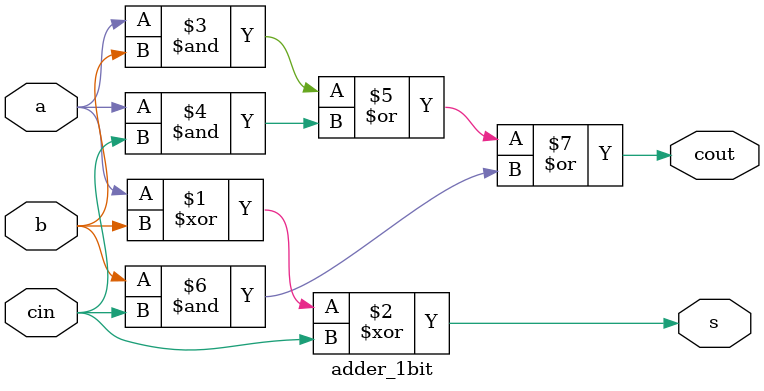
<source format=v>

module adder_16bit(a, b, cin, s, cout);
	input  [15:0] a, b;
	input         cin;
	output [15:0] s;
	output        cout;
	
	wire          c1, c2, c3, c4, c5, c6, c7, c8, c9, c10, c11, c12, c13, c14, c15;
	
	adder_1bit a00(a[0] , b[0] , cin, s[0] , c1  );
	adder_1bit a01(a[1] , b[1] , c1 , s[1] , c2  );
	adder_1bit a02(a[2] , b[2] , c2 , s[2] , c3  );
	adder_1bit a03(a[3] , b[3] , c3 , s[3] , c4  );
	adder_1bit a04(a[4] , b[4] , c4 , s[4] , c5  );
	adder_1bit a05(a[5] , b[5] , c5 , s[5] , c6  );
	adder_1bit a06(a[6] , b[6] , c6 , s[6] , c7  );
	adder_1bit a07(a[7] , b[7] , c7 , s[7] , c8  );
	adder_1bit a08(a[8] , b[8] , c8 , s[8] , c9  );
	adder_1bit a09(a[9] , b[9] , c9 , s[9] , c10 );
	adder_1bit a10(a[10], b[10], c10, s[10], c11 );
	adder_1bit a11(a[11], b[11], c11, s[11], c12 );
	adder_1bit a12(a[12], b[12], c12, s[12], c13 );
	adder_1bit a13(a[13], b[13], c13, s[13], c14 );
	adder_1bit a14(a[14], b[14], c14, s[14], c15 );
	adder_1bit a15(a[15], b[15], c15, s[15], cout);

endmodule

////////////////////////////////////////////////////////////////////////////////////////////////////
//
// File: adder_1bit.v
//
// ******************************************
// YOU ARE NOT PERMITTED TO MODIFY THIS FILE.
// ******************************************
//
// Description: This is a model of a 1-bit full adder.
//
// Created by JST, November 2019
//
////////////////////////////////////////////////////////////////////////////////////////////////////

module adder_1bit(a, b, cin, s, cout);
	input  a, b, cin;
	output s, cout;
	
	assign s    = a ^ b ^ cin;
	assign cout = a & b | a & cin | b & cin;

endmodule

</source>
